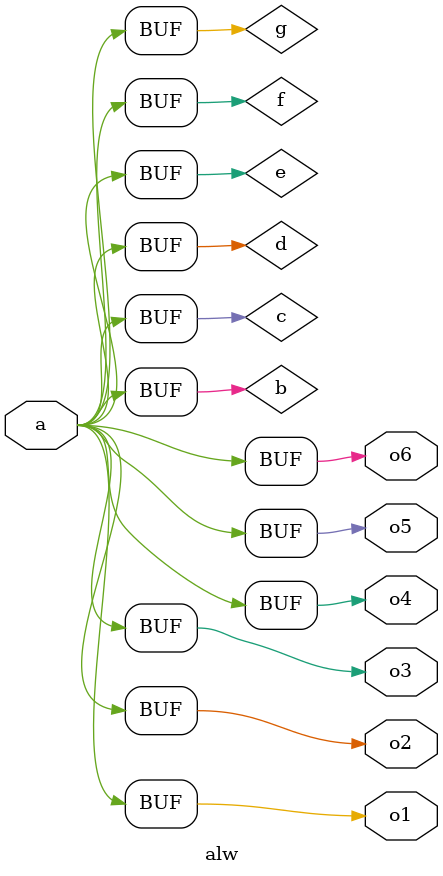
<source format=v>
`timescale 1ns / 1ps


module alw(
    input a,
    output o1,
    output o2,
    output o3,
    output o4,
    output o5,
    output o6
    );
reg b,c,d,e,f,g;
always @(a)
begin
b=a;
end
always @(a)
begin
c<=a;
end
always @(a)
begin
#5 d=a;
end
always @(a)
begin
#5 e<=a;
end
always @(a)
begin
f=#5 a;
end
always @(a)
begin
g<=#5 a;
end
assign o1=b;
assign o2=c;
assign o3=d;
assign o4=e;
assign o5=f;
assign o6=g;
endmodule

</source>
